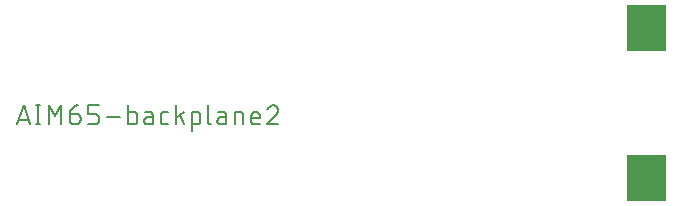
<source format=gto>
G04 EAGLE Gerber RS-274X export*
G75*
%MOMM*%
%FSLAX34Y34*%
%LPD*%
%INSilkscreen Top*%
%IPPOS*%
%AMOC8*
5,1,8,0,0,1.08239X$1,22.5*%
G01*
%ADD10C,0.152400*%

G36*
X981013Y177177D02*
X981013Y177177D01*
X981079Y177179D01*
X981122Y177197D01*
X981169Y177205D01*
X981226Y177239D01*
X981286Y177264D01*
X981321Y177295D01*
X981362Y177320D01*
X981404Y177371D01*
X981452Y177415D01*
X981474Y177457D01*
X981503Y177494D01*
X981524Y177556D01*
X981555Y177615D01*
X981563Y177669D01*
X981575Y177706D01*
X981574Y177746D01*
X981582Y177800D01*
X981582Y215900D01*
X981571Y215965D01*
X981569Y216031D01*
X981551Y216074D01*
X981543Y216121D01*
X981509Y216178D01*
X981484Y216238D01*
X981453Y216273D01*
X981428Y216314D01*
X981377Y216356D01*
X981333Y216404D01*
X981291Y216426D01*
X981254Y216455D01*
X981192Y216476D01*
X981133Y216507D01*
X981079Y216515D01*
X981042Y216527D01*
X981002Y216526D01*
X980948Y216534D01*
X949198Y216534D01*
X949133Y216523D01*
X949067Y216521D01*
X949024Y216503D01*
X948977Y216495D01*
X948920Y216461D01*
X948860Y216436D01*
X948825Y216405D01*
X948784Y216380D01*
X948743Y216329D01*
X948694Y216285D01*
X948672Y216243D01*
X948643Y216206D01*
X948622Y216144D01*
X948591Y216085D01*
X948583Y216031D01*
X948571Y215994D01*
X948572Y215954D01*
X948571Y215950D01*
X948571Y215949D01*
X948571Y215947D01*
X948564Y215900D01*
X948564Y177800D01*
X948575Y177735D01*
X948577Y177669D01*
X948595Y177626D01*
X948603Y177579D01*
X948637Y177522D01*
X948662Y177462D01*
X948693Y177427D01*
X948718Y177386D01*
X948769Y177345D01*
X948813Y177296D01*
X948855Y177274D01*
X948892Y177245D01*
X948954Y177224D01*
X949013Y177193D01*
X949067Y177185D01*
X949104Y177173D01*
X949144Y177174D01*
X949198Y177166D01*
X980948Y177166D01*
X981013Y177177D01*
G37*
G36*
X981013Y50177D02*
X981013Y50177D01*
X981079Y50179D01*
X981122Y50197D01*
X981169Y50205D01*
X981226Y50239D01*
X981286Y50264D01*
X981321Y50295D01*
X981362Y50320D01*
X981404Y50371D01*
X981452Y50415D01*
X981474Y50457D01*
X981503Y50494D01*
X981524Y50556D01*
X981555Y50615D01*
X981563Y50669D01*
X981575Y50706D01*
X981574Y50746D01*
X981582Y50800D01*
X981582Y88900D01*
X981571Y88965D01*
X981569Y89031D01*
X981551Y89074D01*
X981543Y89121D01*
X981509Y89178D01*
X981484Y89238D01*
X981453Y89273D01*
X981428Y89314D01*
X981377Y89356D01*
X981333Y89404D01*
X981291Y89426D01*
X981254Y89455D01*
X981192Y89476D01*
X981133Y89507D01*
X981079Y89515D01*
X981042Y89527D01*
X981002Y89526D01*
X980948Y89534D01*
X949198Y89534D01*
X949133Y89523D01*
X949067Y89521D01*
X949024Y89503D01*
X948977Y89495D01*
X948920Y89461D01*
X948860Y89436D01*
X948825Y89405D01*
X948784Y89380D01*
X948743Y89329D01*
X948694Y89285D01*
X948672Y89243D01*
X948643Y89206D01*
X948622Y89144D01*
X948591Y89085D01*
X948583Y89031D01*
X948571Y88994D01*
X948572Y88954D01*
X948571Y88950D01*
X948571Y88949D01*
X948571Y88947D01*
X948564Y88900D01*
X948564Y50800D01*
X948575Y50735D01*
X948577Y50669D01*
X948595Y50626D01*
X948603Y50579D01*
X948637Y50522D01*
X948662Y50462D01*
X948693Y50427D01*
X948718Y50386D01*
X948769Y50345D01*
X948813Y50296D01*
X948855Y50274D01*
X948892Y50245D01*
X948954Y50224D01*
X949013Y50193D01*
X949067Y50185D01*
X949104Y50173D01*
X949144Y50174D01*
X949198Y50166D01*
X980948Y50166D01*
X981013Y50177D01*
G37*
D10*
X432562Y115062D02*
X437981Y131318D01*
X443399Y115062D01*
X442045Y119126D02*
X433917Y119126D01*
X450486Y115062D02*
X450486Y131318D01*
X448679Y115062D02*
X452292Y115062D01*
X452292Y131318D02*
X448679Y131318D01*
X459135Y131318D02*
X459135Y115062D01*
X464554Y122287D02*
X459135Y131318D01*
X464554Y122287D02*
X469972Y131318D01*
X469972Y115062D01*
X477233Y124093D02*
X482651Y124093D01*
X482769Y124091D01*
X482887Y124085D01*
X483005Y124076D01*
X483122Y124062D01*
X483239Y124045D01*
X483356Y124024D01*
X483471Y123999D01*
X483586Y123970D01*
X483700Y123937D01*
X483812Y123901D01*
X483923Y123861D01*
X484033Y123818D01*
X484142Y123771D01*
X484249Y123721D01*
X484354Y123666D01*
X484457Y123609D01*
X484558Y123548D01*
X484658Y123484D01*
X484755Y123417D01*
X484850Y123347D01*
X484942Y123273D01*
X485033Y123197D01*
X485120Y123117D01*
X485205Y123035D01*
X485287Y122950D01*
X485367Y122863D01*
X485443Y122772D01*
X485517Y122680D01*
X485587Y122585D01*
X485654Y122488D01*
X485718Y122388D01*
X485779Y122287D01*
X485836Y122184D01*
X485891Y122079D01*
X485941Y121972D01*
X485988Y121863D01*
X486031Y121753D01*
X486071Y121642D01*
X486107Y121530D01*
X486140Y121416D01*
X486169Y121301D01*
X486194Y121186D01*
X486215Y121069D01*
X486232Y120952D01*
X486246Y120835D01*
X486255Y120717D01*
X486261Y120599D01*
X486263Y120481D01*
X486264Y120481D02*
X486264Y119578D01*
X486262Y119445D01*
X486256Y119313D01*
X486246Y119181D01*
X486233Y119049D01*
X486215Y118917D01*
X486194Y118787D01*
X486169Y118656D01*
X486140Y118527D01*
X486107Y118399D01*
X486071Y118271D01*
X486031Y118145D01*
X485987Y118020D01*
X485939Y117896D01*
X485888Y117774D01*
X485833Y117653D01*
X485775Y117534D01*
X485713Y117416D01*
X485648Y117301D01*
X485579Y117187D01*
X485508Y117076D01*
X485432Y116967D01*
X485354Y116860D01*
X485273Y116755D01*
X485188Y116653D01*
X485101Y116553D01*
X485011Y116456D01*
X484918Y116361D01*
X484822Y116270D01*
X484724Y116181D01*
X484623Y116095D01*
X484519Y116012D01*
X484413Y115932D01*
X484305Y115856D01*
X484195Y115782D01*
X484082Y115712D01*
X483968Y115645D01*
X483851Y115582D01*
X483733Y115522D01*
X483613Y115465D01*
X483491Y115412D01*
X483368Y115363D01*
X483244Y115317D01*
X483118Y115275D01*
X482991Y115237D01*
X482863Y115202D01*
X482734Y115171D01*
X482605Y115144D01*
X482474Y115121D01*
X482343Y115101D01*
X482211Y115086D01*
X482079Y115074D01*
X481947Y115066D01*
X481814Y115062D01*
X481682Y115062D01*
X481549Y115066D01*
X481417Y115074D01*
X481285Y115086D01*
X481153Y115101D01*
X481022Y115121D01*
X480891Y115144D01*
X480762Y115171D01*
X480633Y115202D01*
X480505Y115237D01*
X480378Y115275D01*
X480252Y115317D01*
X480128Y115363D01*
X480005Y115412D01*
X479883Y115465D01*
X479763Y115522D01*
X479645Y115582D01*
X479528Y115645D01*
X479414Y115712D01*
X479301Y115782D01*
X479191Y115856D01*
X479083Y115932D01*
X478977Y116012D01*
X478873Y116095D01*
X478772Y116181D01*
X478674Y116270D01*
X478578Y116361D01*
X478485Y116456D01*
X478395Y116553D01*
X478308Y116653D01*
X478223Y116755D01*
X478142Y116860D01*
X478064Y116967D01*
X477988Y117076D01*
X477917Y117187D01*
X477848Y117301D01*
X477783Y117416D01*
X477721Y117534D01*
X477663Y117653D01*
X477608Y117774D01*
X477557Y117896D01*
X477509Y118020D01*
X477465Y118145D01*
X477425Y118271D01*
X477389Y118399D01*
X477356Y118527D01*
X477327Y118656D01*
X477302Y118787D01*
X477281Y118917D01*
X477263Y119049D01*
X477250Y119181D01*
X477240Y119313D01*
X477234Y119445D01*
X477232Y119578D01*
X477233Y119578D02*
X477233Y124093D01*
X477232Y124093D02*
X477234Y124270D01*
X477241Y124448D01*
X477252Y124625D01*
X477267Y124801D01*
X477286Y124977D01*
X477310Y125153D01*
X477338Y125328D01*
X477371Y125503D01*
X477408Y125676D01*
X477449Y125849D01*
X477494Y126020D01*
X477543Y126190D01*
X477597Y126359D01*
X477654Y126527D01*
X477716Y126693D01*
X477782Y126858D01*
X477852Y127021D01*
X477926Y127182D01*
X478003Y127341D01*
X478085Y127499D01*
X478171Y127654D01*
X478260Y127807D01*
X478353Y127958D01*
X478450Y128107D01*
X478550Y128253D01*
X478654Y128397D01*
X478761Y128538D01*
X478872Y128676D01*
X478986Y128812D01*
X479104Y128945D01*
X479224Y129075D01*
X479348Y129202D01*
X479475Y129326D01*
X479605Y129446D01*
X479738Y129564D01*
X479873Y129678D01*
X480012Y129789D01*
X480153Y129896D01*
X480297Y130000D01*
X480443Y130100D01*
X480592Y130197D01*
X480743Y130290D01*
X480896Y130379D01*
X481051Y130465D01*
X481209Y130547D01*
X481368Y130624D01*
X481529Y130698D01*
X481692Y130768D01*
X481857Y130834D01*
X482023Y130896D01*
X482191Y130953D01*
X482360Y131007D01*
X482530Y131056D01*
X482701Y131101D01*
X482874Y131142D01*
X483047Y131179D01*
X483222Y131212D01*
X483397Y131240D01*
X483573Y131264D01*
X483749Y131283D01*
X483925Y131298D01*
X484102Y131309D01*
X484280Y131316D01*
X484457Y131318D01*
X492864Y115062D02*
X498282Y115062D01*
X498400Y115064D01*
X498518Y115070D01*
X498636Y115079D01*
X498753Y115093D01*
X498870Y115110D01*
X498987Y115131D01*
X499102Y115156D01*
X499217Y115185D01*
X499331Y115218D01*
X499443Y115254D01*
X499554Y115294D01*
X499664Y115337D01*
X499773Y115384D01*
X499880Y115434D01*
X499985Y115489D01*
X500088Y115546D01*
X500189Y115607D01*
X500289Y115671D01*
X500386Y115738D01*
X500481Y115808D01*
X500573Y115882D01*
X500664Y115958D01*
X500751Y116038D01*
X500836Y116120D01*
X500918Y116205D01*
X500998Y116292D01*
X501074Y116383D01*
X501148Y116475D01*
X501218Y116570D01*
X501285Y116667D01*
X501349Y116767D01*
X501410Y116868D01*
X501467Y116971D01*
X501522Y117076D01*
X501572Y117183D01*
X501619Y117292D01*
X501662Y117402D01*
X501702Y117513D01*
X501738Y117625D01*
X501771Y117739D01*
X501800Y117854D01*
X501825Y117969D01*
X501846Y118086D01*
X501863Y118203D01*
X501877Y118320D01*
X501886Y118438D01*
X501892Y118556D01*
X501894Y118674D01*
X501895Y118674D02*
X501895Y120481D01*
X501894Y120481D02*
X501892Y120599D01*
X501886Y120717D01*
X501877Y120835D01*
X501863Y120952D01*
X501846Y121069D01*
X501825Y121186D01*
X501800Y121301D01*
X501771Y121416D01*
X501738Y121530D01*
X501702Y121642D01*
X501662Y121753D01*
X501619Y121863D01*
X501572Y121972D01*
X501522Y122079D01*
X501467Y122184D01*
X501410Y122287D01*
X501349Y122388D01*
X501285Y122488D01*
X501218Y122585D01*
X501148Y122680D01*
X501074Y122772D01*
X500998Y122863D01*
X500918Y122950D01*
X500836Y123035D01*
X500751Y123117D01*
X500664Y123197D01*
X500573Y123273D01*
X500481Y123347D01*
X500386Y123417D01*
X500289Y123484D01*
X500189Y123548D01*
X500088Y123609D01*
X499985Y123666D01*
X499880Y123721D01*
X499773Y123771D01*
X499664Y123818D01*
X499554Y123861D01*
X499443Y123901D01*
X499331Y123937D01*
X499217Y123970D01*
X499102Y123999D01*
X498987Y124024D01*
X498870Y124045D01*
X498753Y124062D01*
X498636Y124076D01*
X498518Y124085D01*
X498400Y124091D01*
X498282Y124093D01*
X492864Y124093D01*
X492864Y131318D01*
X501895Y131318D01*
X508634Y121384D02*
X519471Y121384D01*
X526666Y115062D02*
X526666Y131318D01*
X526666Y115062D02*
X531181Y115062D01*
X531285Y115064D01*
X531388Y115070D01*
X531492Y115080D01*
X531595Y115094D01*
X531697Y115112D01*
X531798Y115133D01*
X531899Y115159D01*
X531998Y115188D01*
X532097Y115221D01*
X532194Y115258D01*
X532289Y115299D01*
X532383Y115343D01*
X532475Y115391D01*
X532565Y115442D01*
X532654Y115497D01*
X532740Y115555D01*
X532823Y115617D01*
X532905Y115681D01*
X532983Y115749D01*
X533059Y115819D01*
X533133Y115892D01*
X533203Y115969D01*
X533271Y116047D01*
X533335Y116129D01*
X533397Y116212D01*
X533455Y116298D01*
X533510Y116387D01*
X533561Y116477D01*
X533609Y116569D01*
X533653Y116663D01*
X533694Y116758D01*
X533731Y116855D01*
X533764Y116954D01*
X533793Y117053D01*
X533819Y117154D01*
X533840Y117255D01*
X533858Y117357D01*
X533872Y117460D01*
X533882Y117564D01*
X533888Y117667D01*
X533890Y117771D01*
X533891Y117771D02*
X533891Y123190D01*
X533890Y123190D02*
X533888Y123291D01*
X533882Y123392D01*
X533873Y123493D01*
X533860Y123594D01*
X533843Y123694D01*
X533822Y123793D01*
X533798Y123891D01*
X533770Y123988D01*
X533738Y124085D01*
X533703Y124180D01*
X533664Y124273D01*
X533622Y124365D01*
X533576Y124456D01*
X533527Y124545D01*
X533475Y124631D01*
X533419Y124716D01*
X533361Y124799D01*
X533299Y124879D01*
X533234Y124957D01*
X533167Y125033D01*
X533097Y125106D01*
X533024Y125176D01*
X532948Y125243D01*
X532870Y125308D01*
X532790Y125370D01*
X532707Y125428D01*
X532622Y125484D01*
X532536Y125536D01*
X532447Y125585D01*
X532356Y125631D01*
X532264Y125673D01*
X532171Y125712D01*
X532076Y125747D01*
X531979Y125779D01*
X531882Y125807D01*
X531784Y125831D01*
X531685Y125852D01*
X531585Y125869D01*
X531484Y125882D01*
X531383Y125891D01*
X531282Y125897D01*
X531181Y125899D01*
X526666Y125899D01*
X543227Y121384D02*
X547291Y121384D01*
X543227Y121384D02*
X543115Y121382D01*
X543004Y121376D01*
X542893Y121366D01*
X542782Y121353D01*
X542672Y121335D01*
X542563Y121313D01*
X542454Y121288D01*
X542346Y121259D01*
X542240Y121226D01*
X542134Y121189D01*
X542030Y121149D01*
X541928Y121105D01*
X541827Y121057D01*
X541728Y121006D01*
X541630Y120951D01*
X541535Y120893D01*
X541442Y120832D01*
X541351Y120767D01*
X541262Y120699D01*
X541176Y120628D01*
X541093Y120555D01*
X541012Y120478D01*
X540933Y120398D01*
X540858Y120316D01*
X540786Y120231D01*
X540716Y120144D01*
X540650Y120054D01*
X540587Y119962D01*
X540527Y119867D01*
X540471Y119771D01*
X540418Y119673D01*
X540369Y119573D01*
X540323Y119471D01*
X540281Y119368D01*
X540242Y119263D01*
X540207Y119157D01*
X540176Y119050D01*
X540149Y118942D01*
X540125Y118833D01*
X540106Y118723D01*
X540090Y118613D01*
X540078Y118502D01*
X540070Y118390D01*
X540066Y118279D01*
X540066Y118167D01*
X540070Y118056D01*
X540078Y117944D01*
X540090Y117833D01*
X540106Y117723D01*
X540125Y117613D01*
X540149Y117504D01*
X540176Y117396D01*
X540207Y117289D01*
X540242Y117183D01*
X540281Y117078D01*
X540323Y116975D01*
X540369Y116873D01*
X540418Y116773D01*
X540471Y116675D01*
X540527Y116579D01*
X540587Y116484D01*
X540650Y116392D01*
X540716Y116302D01*
X540786Y116215D01*
X540858Y116130D01*
X540933Y116048D01*
X541012Y115968D01*
X541093Y115891D01*
X541176Y115818D01*
X541262Y115747D01*
X541351Y115679D01*
X541442Y115614D01*
X541535Y115553D01*
X541630Y115495D01*
X541728Y115440D01*
X541827Y115389D01*
X541928Y115341D01*
X542030Y115297D01*
X542134Y115257D01*
X542240Y115220D01*
X542346Y115187D01*
X542454Y115158D01*
X542563Y115133D01*
X542672Y115111D01*
X542782Y115093D01*
X542893Y115080D01*
X543004Y115070D01*
X543115Y115064D01*
X543227Y115062D01*
X547291Y115062D01*
X547291Y123190D01*
X547289Y123291D01*
X547283Y123392D01*
X547274Y123493D01*
X547261Y123594D01*
X547244Y123694D01*
X547223Y123793D01*
X547199Y123891D01*
X547171Y123988D01*
X547139Y124085D01*
X547104Y124180D01*
X547065Y124273D01*
X547023Y124365D01*
X546977Y124456D01*
X546928Y124545D01*
X546876Y124631D01*
X546820Y124716D01*
X546762Y124799D01*
X546700Y124879D01*
X546635Y124957D01*
X546568Y125033D01*
X546498Y125106D01*
X546425Y125176D01*
X546349Y125243D01*
X546271Y125308D01*
X546191Y125370D01*
X546108Y125428D01*
X546023Y125484D01*
X545937Y125536D01*
X545848Y125585D01*
X545757Y125631D01*
X545665Y125673D01*
X545572Y125712D01*
X545477Y125747D01*
X545380Y125779D01*
X545283Y125807D01*
X545185Y125831D01*
X545086Y125852D01*
X544986Y125869D01*
X544885Y125882D01*
X544784Y125891D01*
X544683Y125897D01*
X544582Y125899D01*
X540969Y125899D01*
X556934Y115062D02*
X560547Y115062D01*
X556934Y115062D02*
X556833Y115064D01*
X556732Y115070D01*
X556631Y115079D01*
X556530Y115092D01*
X556430Y115109D01*
X556331Y115130D01*
X556233Y115154D01*
X556136Y115182D01*
X556039Y115214D01*
X555944Y115249D01*
X555851Y115288D01*
X555759Y115330D01*
X555668Y115376D01*
X555580Y115425D01*
X555493Y115477D01*
X555408Y115533D01*
X555325Y115591D01*
X555245Y115653D01*
X555167Y115718D01*
X555091Y115785D01*
X555018Y115855D01*
X554948Y115928D01*
X554881Y116004D01*
X554816Y116082D01*
X554754Y116162D01*
X554696Y116245D01*
X554640Y116330D01*
X554588Y116417D01*
X554539Y116505D01*
X554493Y116596D01*
X554451Y116688D01*
X554412Y116781D01*
X554377Y116876D01*
X554345Y116973D01*
X554317Y117070D01*
X554293Y117168D01*
X554272Y117267D01*
X554255Y117367D01*
X554242Y117468D01*
X554233Y117569D01*
X554227Y117670D01*
X554225Y117771D01*
X554225Y123190D01*
X554227Y123291D01*
X554233Y123392D01*
X554242Y123493D01*
X554255Y123594D01*
X554272Y123694D01*
X554293Y123793D01*
X554317Y123891D01*
X554345Y123988D01*
X554377Y124085D01*
X554412Y124180D01*
X554451Y124273D01*
X554493Y124365D01*
X554539Y124456D01*
X554588Y124545D01*
X554640Y124631D01*
X554696Y124716D01*
X554754Y124799D01*
X554816Y124879D01*
X554881Y124957D01*
X554948Y125033D01*
X555018Y125106D01*
X555091Y125176D01*
X555167Y125243D01*
X555245Y125308D01*
X555325Y125370D01*
X555408Y125428D01*
X555493Y125484D01*
X555580Y125536D01*
X555668Y125585D01*
X555759Y125631D01*
X555851Y125673D01*
X555944Y125712D01*
X556039Y125747D01*
X556136Y125779D01*
X556233Y125807D01*
X556331Y125831D01*
X556430Y125852D01*
X556530Y125869D01*
X556631Y125882D01*
X556732Y125891D01*
X556833Y125897D01*
X556934Y125899D01*
X560547Y125899D01*
X566881Y131318D02*
X566881Y115062D01*
X566881Y120481D02*
X574106Y125899D01*
X570042Y122738D02*
X574106Y115062D01*
X580333Y109643D02*
X580333Y125899D01*
X584848Y125899D01*
X584952Y125897D01*
X585055Y125891D01*
X585159Y125881D01*
X585262Y125867D01*
X585364Y125849D01*
X585465Y125828D01*
X585566Y125802D01*
X585665Y125773D01*
X585764Y125740D01*
X585861Y125703D01*
X585956Y125662D01*
X586050Y125618D01*
X586142Y125570D01*
X586232Y125519D01*
X586321Y125464D01*
X586407Y125406D01*
X586490Y125344D01*
X586572Y125280D01*
X586650Y125212D01*
X586726Y125142D01*
X586800Y125069D01*
X586870Y124992D01*
X586938Y124914D01*
X587002Y124832D01*
X587064Y124749D01*
X587122Y124663D01*
X587177Y124574D01*
X587228Y124484D01*
X587276Y124392D01*
X587320Y124298D01*
X587361Y124203D01*
X587398Y124106D01*
X587431Y124007D01*
X587460Y123908D01*
X587486Y123807D01*
X587507Y123706D01*
X587525Y123604D01*
X587539Y123501D01*
X587549Y123397D01*
X587555Y123294D01*
X587557Y123190D01*
X587558Y123190D02*
X587558Y117771D01*
X587557Y117771D02*
X587555Y117670D01*
X587549Y117569D01*
X587540Y117468D01*
X587527Y117367D01*
X587510Y117267D01*
X587489Y117168D01*
X587465Y117070D01*
X587437Y116973D01*
X587405Y116876D01*
X587370Y116781D01*
X587331Y116688D01*
X587289Y116596D01*
X587243Y116505D01*
X587194Y116416D01*
X587142Y116330D01*
X587086Y116245D01*
X587028Y116162D01*
X586966Y116082D01*
X586901Y116004D01*
X586834Y115928D01*
X586764Y115855D01*
X586691Y115785D01*
X586615Y115718D01*
X586537Y115653D01*
X586457Y115591D01*
X586374Y115533D01*
X586289Y115477D01*
X586203Y115425D01*
X586114Y115376D01*
X586023Y115330D01*
X585931Y115288D01*
X585838Y115249D01*
X585743Y115214D01*
X585646Y115182D01*
X585549Y115154D01*
X585451Y115130D01*
X585352Y115109D01*
X585252Y115092D01*
X585151Y115079D01*
X585050Y115070D01*
X584949Y115064D01*
X584848Y115062D01*
X580333Y115062D01*
X594044Y117771D02*
X594044Y131318D01*
X594044Y117771D02*
X594046Y117670D01*
X594052Y117569D01*
X594061Y117468D01*
X594074Y117367D01*
X594091Y117267D01*
X594112Y117168D01*
X594136Y117070D01*
X594164Y116973D01*
X594196Y116876D01*
X594231Y116781D01*
X594270Y116688D01*
X594312Y116596D01*
X594358Y116505D01*
X594407Y116417D01*
X594459Y116330D01*
X594515Y116245D01*
X594573Y116162D01*
X594635Y116082D01*
X594700Y116004D01*
X594767Y115928D01*
X594837Y115855D01*
X594910Y115785D01*
X594986Y115718D01*
X595064Y115653D01*
X595144Y115591D01*
X595227Y115533D01*
X595312Y115477D01*
X595399Y115425D01*
X595487Y115376D01*
X595578Y115330D01*
X595670Y115288D01*
X595763Y115249D01*
X595858Y115214D01*
X595955Y115182D01*
X596052Y115154D01*
X596150Y115130D01*
X596249Y115109D01*
X596349Y115092D01*
X596450Y115079D01*
X596551Y115070D01*
X596652Y115064D01*
X596753Y115062D01*
X605231Y121384D02*
X609295Y121384D01*
X605231Y121384D02*
X605119Y121382D01*
X605008Y121376D01*
X604897Y121366D01*
X604786Y121353D01*
X604676Y121335D01*
X604567Y121313D01*
X604458Y121288D01*
X604350Y121259D01*
X604244Y121226D01*
X604138Y121189D01*
X604034Y121149D01*
X603932Y121105D01*
X603831Y121057D01*
X603732Y121006D01*
X603634Y120951D01*
X603539Y120893D01*
X603446Y120832D01*
X603355Y120767D01*
X603266Y120699D01*
X603180Y120628D01*
X603097Y120555D01*
X603016Y120478D01*
X602937Y120398D01*
X602862Y120316D01*
X602790Y120231D01*
X602720Y120144D01*
X602654Y120054D01*
X602591Y119962D01*
X602531Y119867D01*
X602475Y119771D01*
X602422Y119673D01*
X602373Y119573D01*
X602327Y119471D01*
X602285Y119368D01*
X602246Y119263D01*
X602211Y119157D01*
X602180Y119050D01*
X602153Y118942D01*
X602129Y118833D01*
X602110Y118723D01*
X602094Y118613D01*
X602082Y118502D01*
X602074Y118390D01*
X602070Y118279D01*
X602070Y118167D01*
X602074Y118056D01*
X602082Y117944D01*
X602094Y117833D01*
X602110Y117723D01*
X602129Y117613D01*
X602153Y117504D01*
X602180Y117396D01*
X602211Y117289D01*
X602246Y117183D01*
X602285Y117078D01*
X602327Y116975D01*
X602373Y116873D01*
X602422Y116773D01*
X602475Y116675D01*
X602531Y116579D01*
X602591Y116484D01*
X602654Y116392D01*
X602720Y116302D01*
X602790Y116215D01*
X602862Y116130D01*
X602937Y116048D01*
X603016Y115968D01*
X603097Y115891D01*
X603180Y115818D01*
X603266Y115747D01*
X603355Y115679D01*
X603446Y115614D01*
X603539Y115553D01*
X603634Y115495D01*
X603732Y115440D01*
X603831Y115389D01*
X603932Y115341D01*
X604034Y115297D01*
X604138Y115257D01*
X604244Y115220D01*
X604350Y115187D01*
X604458Y115158D01*
X604567Y115133D01*
X604676Y115111D01*
X604786Y115093D01*
X604897Y115080D01*
X605008Y115070D01*
X605119Y115064D01*
X605231Y115062D01*
X609295Y115062D01*
X609295Y123190D01*
X609293Y123291D01*
X609287Y123392D01*
X609278Y123493D01*
X609265Y123594D01*
X609248Y123694D01*
X609227Y123793D01*
X609203Y123891D01*
X609175Y123988D01*
X609143Y124085D01*
X609108Y124180D01*
X609069Y124273D01*
X609027Y124365D01*
X608981Y124456D01*
X608932Y124545D01*
X608880Y124631D01*
X608824Y124716D01*
X608766Y124799D01*
X608704Y124879D01*
X608639Y124957D01*
X608572Y125033D01*
X608502Y125106D01*
X608429Y125176D01*
X608353Y125243D01*
X608275Y125308D01*
X608195Y125370D01*
X608112Y125428D01*
X608027Y125484D01*
X607941Y125536D01*
X607852Y125585D01*
X607761Y125631D01*
X607669Y125673D01*
X607576Y125712D01*
X607481Y125747D01*
X607384Y125779D01*
X607287Y125807D01*
X607189Y125831D01*
X607090Y125852D01*
X606990Y125869D01*
X606889Y125882D01*
X606788Y125891D01*
X606687Y125897D01*
X606586Y125899D01*
X602973Y125899D01*
X616732Y125899D02*
X616732Y115062D01*
X616732Y125899D02*
X621248Y125899D01*
X621352Y125897D01*
X621455Y125891D01*
X621559Y125881D01*
X621662Y125867D01*
X621764Y125849D01*
X621865Y125828D01*
X621966Y125802D01*
X622065Y125773D01*
X622164Y125740D01*
X622261Y125703D01*
X622356Y125662D01*
X622450Y125618D01*
X622542Y125570D01*
X622632Y125519D01*
X622721Y125464D01*
X622807Y125406D01*
X622890Y125344D01*
X622972Y125280D01*
X623050Y125212D01*
X623126Y125142D01*
X623200Y125069D01*
X623270Y124992D01*
X623338Y124914D01*
X623402Y124832D01*
X623464Y124749D01*
X623522Y124663D01*
X623577Y124574D01*
X623628Y124484D01*
X623676Y124392D01*
X623720Y124298D01*
X623761Y124203D01*
X623798Y124106D01*
X623831Y124007D01*
X623860Y123908D01*
X623886Y123807D01*
X623907Y123706D01*
X623925Y123604D01*
X623939Y123501D01*
X623949Y123397D01*
X623955Y123294D01*
X623957Y123190D01*
X623957Y115062D01*
X633510Y115062D02*
X638025Y115062D01*
X633510Y115062D02*
X633409Y115064D01*
X633308Y115070D01*
X633207Y115079D01*
X633106Y115092D01*
X633006Y115109D01*
X632907Y115130D01*
X632809Y115154D01*
X632712Y115182D01*
X632615Y115214D01*
X632520Y115249D01*
X632427Y115288D01*
X632335Y115330D01*
X632244Y115376D01*
X632156Y115425D01*
X632069Y115477D01*
X631984Y115533D01*
X631901Y115591D01*
X631821Y115653D01*
X631743Y115718D01*
X631667Y115785D01*
X631594Y115855D01*
X631524Y115928D01*
X631457Y116004D01*
X631392Y116082D01*
X631330Y116162D01*
X631272Y116245D01*
X631216Y116330D01*
X631164Y116417D01*
X631115Y116505D01*
X631069Y116596D01*
X631027Y116688D01*
X630988Y116781D01*
X630953Y116876D01*
X630921Y116973D01*
X630893Y117070D01*
X630869Y117168D01*
X630848Y117267D01*
X630831Y117367D01*
X630818Y117468D01*
X630809Y117569D01*
X630803Y117670D01*
X630801Y117771D01*
X630801Y122287D01*
X630803Y122406D01*
X630809Y122526D01*
X630819Y122645D01*
X630833Y122763D01*
X630850Y122882D01*
X630872Y122999D01*
X630897Y123116D01*
X630927Y123231D01*
X630960Y123346D01*
X630997Y123460D01*
X631037Y123572D01*
X631082Y123683D01*
X631130Y123792D01*
X631181Y123900D01*
X631236Y124006D01*
X631295Y124110D01*
X631357Y124212D01*
X631422Y124312D01*
X631491Y124410D01*
X631563Y124506D01*
X631638Y124599D01*
X631715Y124689D01*
X631796Y124777D01*
X631880Y124862D01*
X631967Y124944D01*
X632056Y125024D01*
X632148Y125100D01*
X632242Y125174D01*
X632339Y125244D01*
X632437Y125311D01*
X632538Y125375D01*
X632642Y125435D01*
X632747Y125492D01*
X632854Y125545D01*
X632962Y125595D01*
X633072Y125641D01*
X633184Y125683D01*
X633297Y125722D01*
X633411Y125757D01*
X633526Y125788D01*
X633643Y125816D01*
X633760Y125839D01*
X633877Y125859D01*
X633996Y125875D01*
X634115Y125887D01*
X634234Y125895D01*
X634353Y125899D01*
X634473Y125899D01*
X634592Y125895D01*
X634711Y125887D01*
X634830Y125875D01*
X634949Y125859D01*
X635066Y125839D01*
X635183Y125816D01*
X635300Y125788D01*
X635415Y125757D01*
X635529Y125722D01*
X635642Y125683D01*
X635754Y125641D01*
X635864Y125595D01*
X635972Y125545D01*
X636079Y125492D01*
X636184Y125435D01*
X636288Y125375D01*
X636389Y125311D01*
X636487Y125244D01*
X636584Y125174D01*
X636678Y125100D01*
X636770Y125024D01*
X636859Y124944D01*
X636946Y124862D01*
X637030Y124777D01*
X637111Y124689D01*
X637188Y124599D01*
X637263Y124506D01*
X637335Y124410D01*
X637404Y124312D01*
X637469Y124212D01*
X637531Y124110D01*
X637590Y124006D01*
X637645Y123900D01*
X637696Y123792D01*
X637744Y123683D01*
X637789Y123572D01*
X637829Y123460D01*
X637866Y123346D01*
X637899Y123231D01*
X637929Y123116D01*
X637954Y122999D01*
X637976Y122882D01*
X637993Y122763D01*
X638007Y122645D01*
X638017Y122526D01*
X638023Y122406D01*
X638025Y122287D01*
X638025Y120481D01*
X630801Y120481D01*
X649454Y131318D02*
X649579Y131316D01*
X649704Y131310D01*
X649829Y131301D01*
X649953Y131287D01*
X650077Y131270D01*
X650201Y131249D01*
X650323Y131224D01*
X650445Y131195D01*
X650566Y131163D01*
X650686Y131127D01*
X650805Y131087D01*
X650922Y131044D01*
X651038Y130997D01*
X651153Y130946D01*
X651265Y130892D01*
X651377Y130834D01*
X651486Y130774D01*
X651593Y130709D01*
X651699Y130642D01*
X651802Y130571D01*
X651903Y130497D01*
X652002Y130420D01*
X652098Y130340D01*
X652192Y130257D01*
X652283Y130172D01*
X652372Y130083D01*
X652457Y129992D01*
X652540Y129898D01*
X652620Y129802D01*
X652697Y129703D01*
X652771Y129602D01*
X652842Y129499D01*
X652909Y129393D01*
X652974Y129286D01*
X653034Y129177D01*
X653092Y129065D01*
X653146Y128953D01*
X653197Y128838D01*
X653244Y128722D01*
X653287Y128605D01*
X653327Y128486D01*
X653363Y128366D01*
X653395Y128245D01*
X653424Y128123D01*
X653449Y128001D01*
X653470Y127877D01*
X653487Y127753D01*
X653501Y127629D01*
X653510Y127504D01*
X653516Y127379D01*
X653518Y127254D01*
X649454Y131318D02*
X649311Y131316D01*
X649169Y131310D01*
X649026Y131300D01*
X648884Y131287D01*
X648743Y131269D01*
X648601Y131248D01*
X648461Y131223D01*
X648321Y131194D01*
X648182Y131161D01*
X648044Y131124D01*
X647907Y131084D01*
X647772Y131040D01*
X647637Y130992D01*
X647504Y130940D01*
X647372Y130885D01*
X647242Y130826D01*
X647114Y130764D01*
X646987Y130698D01*
X646862Y130629D01*
X646739Y130557D01*
X646619Y130481D01*
X646500Y130402D01*
X646383Y130319D01*
X646269Y130234D01*
X646157Y130145D01*
X646048Y130054D01*
X645941Y129959D01*
X645836Y129862D01*
X645735Y129761D01*
X645636Y129658D01*
X645540Y129553D01*
X645447Y129444D01*
X645357Y129333D01*
X645270Y129220D01*
X645186Y129105D01*
X645106Y128987D01*
X645028Y128867D01*
X644954Y128745D01*
X644884Y128621D01*
X644816Y128495D01*
X644753Y128367D01*
X644692Y128238D01*
X644635Y128107D01*
X644582Y127975D01*
X644533Y127841D01*
X644487Y127706D01*
X652163Y124093D02*
X652257Y124185D01*
X652347Y124279D01*
X652435Y124376D01*
X652520Y124476D01*
X652602Y124578D01*
X652681Y124683D01*
X652756Y124790D01*
X652828Y124899D01*
X652897Y125010D01*
X652963Y125124D01*
X653025Y125239D01*
X653084Y125356D01*
X653139Y125475D01*
X653190Y125595D01*
X653238Y125717D01*
X653283Y125840D01*
X653323Y125964D01*
X653360Y126090D01*
X653393Y126217D01*
X653422Y126344D01*
X653448Y126473D01*
X653469Y126602D01*
X653487Y126732D01*
X653500Y126862D01*
X653510Y126992D01*
X653516Y127123D01*
X653518Y127254D01*
X652163Y124093D02*
X644487Y115062D01*
X653518Y115062D01*
M02*

</source>
